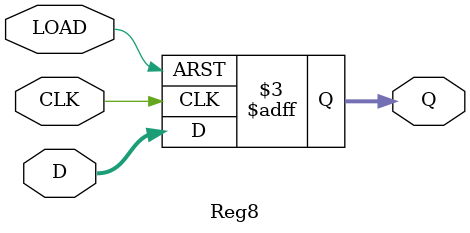
<source format=v>
module Reg8 (
	input [7:0] D,
	output reg [7:0] Q,
	input CLK,
	input LOAD
);
initial
	Q = 8'b 10000001;
always @(posedge CLK or posedge LOAD)
	if (LOAD)
		Q=8'b 10000001;
	else
		Q=D;

endmodule

</source>
